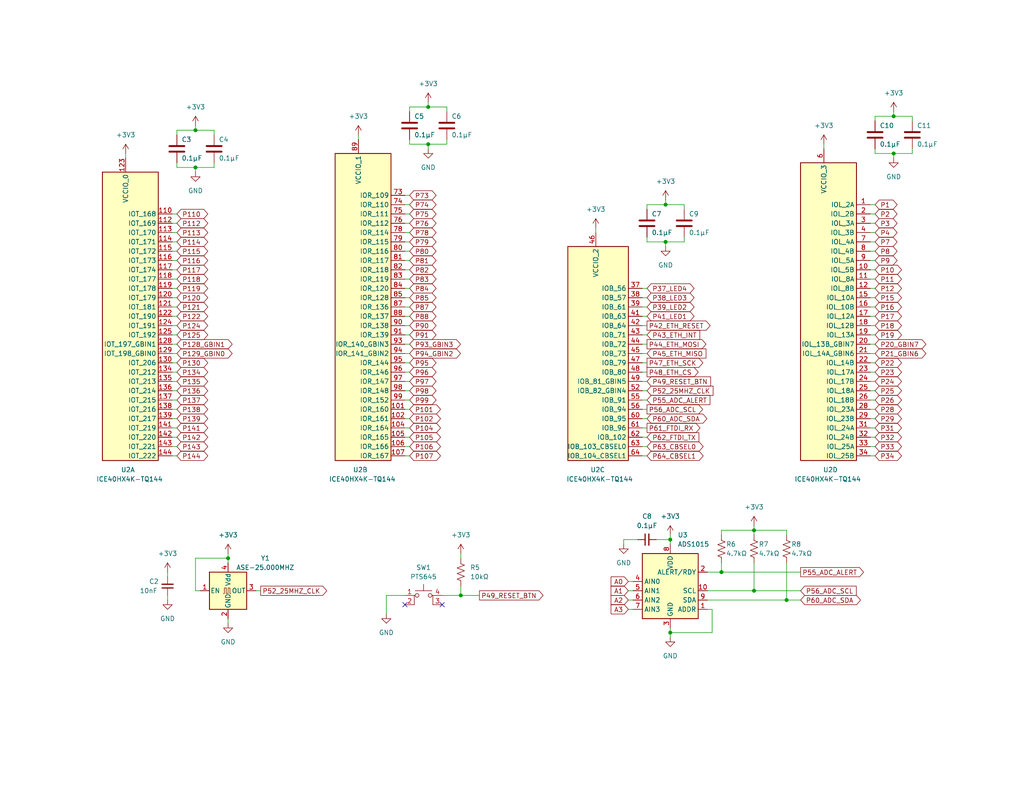
<source format=kicad_sch>
(kicad_sch (version 20230121) (generator eeschema)
  (paper "USLetter")
  (title_block (title "ETH4K") (date "7/28/2023") (rev "1") (company "Theta Machines LLC") (comment 1 "Ryan Stracener") (comment 2 "© 2023, Theta Machines LLC. ") (comment 3 "There is an Important Notice and Disclaimer at the end of this document."))
  (lib_symbols
    (symbol "Analog_ADC:ADS1015IDGS"
      (property "Reference" "U" (at 2.54 13.97 0))
      (property "Value" "ADS1015IDGS" (at 7.62 11.43 0))
      (symbol "ADS1015IDGS_0_1"
        (rectangle (start -7.62 10.16) (end 7.62 -7.62) (stroke (width 0.254)) (fill (type background)))
      )
      (symbol "ADS1015IDGS_1_1"
        (pin input line (at 10.16 -5.08 180) (length 2.54) (name "ADDR") (number "1"))
        (pin input line (at 10.16 0 180) (length 2.54) (name "SCL") (number "10"))
        (pin output line (at 10.16 5.08 180) (length 2.54) (name "ALERT/RDY") (number "2"))
        (pin power_in line (at 0 -10.16 90) (length 2.54) (name "GND") (number "3"))
        (pin input line (at -10.16 2.54 0) (length 2.54) (name "AIN0") (number "4"))
        (pin input line (at -10.16 0 0) (length 2.54) (name "AIN1") (number "5"))
        (pin input line (at -10.16 -2.54 0) (length 2.54) (name "AIN2") (number "6"))
        (pin input line (at -10.16 -5.08 0) (length 2.54) (name "AIN3") (number "7"))
        (pin power_in line (at 0 12.7 270) (length 2.54) (name "VDD") (number "8"))
        (pin bidirectional line (at 10.16 -2.54 180) (length 2.54) (name "SDA") (number "9"))
      )
    )
    (symbol "Device:C" (pin_numbers hide) (pin_names (offset 0.254))
      (property "Reference" "C" (at 0.635 2.54 0))
      (property "Value" "C" (at 0.635 -2.54 0))
      (symbol "C_0_1"
        (polyline (pts (xy -2.032 -0.762) (xy 2.032 -0.762)) (stroke (width 0.508)))
        (polyline (pts (xy -2.032 0.762) (xy 2.032 0.762)) (stroke (width 0.508)))
      )
      (symbol "C_1_1"
        (pin passive line (at 0 3.81 270) (length 2.794) (name "~") (number "1"))
        (pin passive line (at 0 -3.81 90) (length 2.794) (name "~") (number "2"))
      )
    )
    (symbol "Device:C_Small" (pin_numbers hide) (pin_names (offset 0.254) hide)
      (property "Reference" "C" (at 0.254 1.778 0))
      (property "Value" "C_Small" (at 0.254 -2.032 0))
      (symbol "C_Small_0_1"
        (polyline (pts (xy -1.524 -0.508) (xy 1.524 -0.508)) (stroke (width 0.3302)))
        (polyline (pts (xy -1.524 0.508) (xy 1.524 0.508)) (stroke (width 0.3048)))
      )
      (symbol "C_Small_1_1"
        (pin passive line (at 0 2.54 270) (length 2.032) (name "~") (number "1"))
        (pin passive line (at 0 -2.54 90) (length 2.032) (name "~") (number "2"))
      )
    )
    (symbol "Device:R_US" (pin_numbers hide) (pin_names (offset 0))
      (property "Reference" "R" (at 2.54 0 90))
      (property "Value" "R_US" (at -2.54 0 90))
      (symbol "R_US_0_1"
        (polyline (pts (xy 0 -2.286) (xy 0 -2.54)))
        (polyline (pts (xy 0 2.286) (xy 0 2.54)))
        (polyline (pts (xy 0 -0.762) (xy 1.016 -1.143) (xy 0 -1.524) (xy -1.016 -1.905) (xy 0 -2.286)))
        (polyline (pts (xy 0 0.762) (xy 1.016 0.381) (xy 0 0) (xy -1.016 -0.381) (xy 0 -0.762)))
        (polyline (pts (xy 0 2.286) (xy 1.016 1.905) (xy 0 1.524) (xy -1.016 1.143) (xy 0 0.762)))
      )
      (symbol "R_US_1_1"
        (pin passive line (at 0 3.81 270) (length 1.27) (name "~") (number "1"))
        (pin passive line (at 0 -3.81 90) (length 1.27) (name "~") (number "2"))
      )
    )
    (symbol "FPGA_Lattice:ICE40HX4K-TQ144"
      (property "Reference" "U" (at 12.7 53.34 0))
      (property "Value" "ICE40HX4K-TQ144" (at 30.48 48.26 0))
      (symbol "ICE40HX4K-TQ144_1_1"
        (rectangle (start -8.89 41.91) (end 6.35 -36.83) (stroke (width 0.254)) (fill (type background)))
        (pin bidirectional line (at -12.7 30.48 0) (length 3.81) (name "IOT_168") (number "110"))
        (pin bidirectional line (at -12.7 27.94 0) (length 3.81) (name "IOT_169") (number "112"))
        (pin bidirectional line (at -12.7 25.4 0) (length 3.81) (name "IOT_170") (number "113"))
        (pin bidirectional line (at -12.7 22.86 0) (length 3.81) (name "IOT_171") (number "114"))
        (pin bidirectional line (at -12.7 20.32 0) (length 3.81) (name "IOT_172") (number "115"))
        (pin bidirectional line (at -12.7 17.78 0) (length 3.81) (name "IOT_173") (number "116"))
        (pin bidirectional line (at -12.7 15.24 0) (length 3.81) (name "IOT_174") (number "117"))
        (pin bidirectional line (at -12.7 12.7 0) (length 3.81) (name "IOT_177") (number "118"))
        (pin bidirectional line (at -12.7 10.16 0) (length 3.81) (name "IOT_178") (number "119"))
        (pin bidirectional line (at -12.7 7.62 0) (length 3.81) (name "IOT_179") (number "120"))
        (pin bidirectional line (at -12.7 5.08 0) (length 3.81) (name "IOT_181") (number "121"))
        (pin bidirectional line (at -12.7 2.54 0) (length 3.81) (name "IOT_190") (number "122"))
        (pin power_in line (at 0 45.72 270) (length 3.81) (name "VCCIO_0") (number "123"))
        (pin bidirectional line (at -12.7 0 0) (length 3.81) (name "IOT_191") (number "124"))
        (pin bidirectional line (at -12.7 -2.54 0) (length 3.81) (name "IOT_192") (number "125"))
        (pin bidirectional line (at -12.7 -5.08 0) (length 3.81) (name "IOT_197_GBIN1") (number "128"))
        (pin bidirectional line (at -12.7 -7.62 0) (length 3.81) (name "IOT_198_GBIN0") (number "129"))
        (pin bidirectional line (at -12.7 -10.16 0) (length 3.81) (name "IOT_206") (number "130"))
        (pin passive line (at 0 45.72 270) (length 3.81) hide (name "VCCIO_0") (number "131"))
        (pin bidirectional line (at -12.7 -12.7 0) (length 3.81) (name "IOT_212") (number "134"))
        (pin bidirectional line (at -12.7 -15.24 0) (length 3.81) (name "IOT_213") (number "135"))
        (pin bidirectional line (at -12.7 -17.78 0) (length 3.81) (name "IOT_214") (number "136"))
        (pin bidirectional line (at -12.7 -20.32 0) (length 3.81) (name "IOT_215") (number "137"))
        (pin bidirectional line (at -12.7 -22.86 0) (length 3.81) (name "IOT_216") (number "138"))
        (pin bidirectional line (at -12.7 -25.4 0) (length 3.81) (name "IOT_217") (number "139"))
        (pin bidirectional line (at -12.7 -27.94 0) (length 3.81) (name "IOT_219") (number "141"))
        (pin bidirectional line (at -12.7 -30.48 0) (length 3.81) (name "IOT_220") (number "142"))
        (pin bidirectional line (at -12.7 -33.02 0) (length 3.81) (name "IOT_221") (number "143"))
        (pin bidirectional line (at -12.7 -35.56 0) (length 3.81) (name "IOT_222") (number "144"))
      )
      (symbol "ICE40HX4K-TQ144_2_1"
        (rectangle (start -8.89 44.45) (end 6.35 -39.37) (stroke (width 0.254)) (fill (type background)))
        (pin passive line (at 0 48.26 270) (length 3.81) hide (name "VCCIO_1") (number "100"))
        (pin bidirectional line (at -12.7 -25.4 0) (length 3.81) (name "IOR_160") (number "101"))
        (pin bidirectional line (at -12.7 -27.94 0) (length 3.81) (name "IOR_161") (number "102"))
        (pin bidirectional line (at -12.7 -30.48 0) (length 3.81) (name "IOR_164") (number "104"))
        (pin bidirectional line (at -12.7 -33.02 0) (length 3.81) (name "IOR_165") (number "105"))
        (pin bidirectional line (at -12.7 -35.56 0) (length 3.81) (name "IOR_166") (number "106"))
        (pin bidirectional line (at -12.7 -38.1 0) (length 3.81) (name "IOR_167") (number "107"))
        (pin bidirectional line (at -12.7 33.02 0) (length 3.81) (name "IOR_109") (number "73"))
        (pin bidirectional line (at -12.7 30.48 0) (length 3.81) (name "IOR_110") (number "74"))
        (pin bidirectional line (at -12.7 27.94 0) (length 3.81) (name "IOR_111") (number "75"))
        (pin bidirectional line (at -12.7 25.4 0) (length 3.81) (name "IOR_112") (number "76"))
        (pin bidirectional line (at -12.7 22.86 0) (length 3.81) (name "IOR_114") (number "78"))
        (pin bidirectional line (at -12.7 20.32 0) (length 3.81) (name "IOR_115") (number "79"))
        (pin bidirectional line (at -12.7 17.78 0) (length 3.81) (name "IOR_116") (number "80"))
        (pin bidirectional line (at -12.7 15.24 0) (length 3.81) (name "IOR_117") (number "81"))
        (pin bidirectional line (at -12.7 12.7 0) (length 3.81) (name "IOR_118") (number "82"))
        (pin bidirectional line (at -12.7 10.16 0) (length 3.81) (name "IOR_119") (number "83"))
        (pin bidirectional line (at -12.7 7.62 0) (length 3.81) (name "IOR_120") (number "84"))
        (pin bidirectional line (at -12.7 5.08 0) (length 3.81) (name "IOR_128") (number "85"))
        (pin bidirectional line (at -12.7 2.54 0) (length 3.81) (name "IOR_136") (number "87"))
        (pin bidirectional line (at -12.7 0 0) (length 3.81) (name "IOR_137") (number "88"))
        (pin power_in line (at 0 48.26 270) (length 3.81) (name "VCCIO_1") (number "89"))
        (pin bidirectional line (at -12.7 -2.54 0) (length 3.81) (name "IOR_138") (number "90"))
        (pin bidirectional line (at -12.7 -5.08 0) (length 3.81) (name "IOR_139") (number "91"))
        (pin bidirectional line (at -12.7 -7.62 0) (length 3.81) (name "IOR_140_GBIN3") (number "93"))
        (pin bidirectional line (at -12.7 -10.16 0) (length 3.81) (name "IOR_141_GBIN2") (number "94"))
        (pin bidirectional line (at -12.7 -12.7 0) (length 3.81) (name "IOR_144") (number "95"))
        (pin bidirectional line (at -12.7 -15.24 0) (length 3.81) (name "IOR_146") (number "96"))
        (pin bidirectional line (at -12.7 -17.78 0) (length 3.81) (name "IOR_147") (number "97"))
        (pin bidirectional line (at -12.7 -20.32 0) (length 3.81) (name "IOR_148") (number "98"))
        (pin bidirectional line (at -12.7 -22.86 0) (length 3.81) (name "IOR_152") (number "99"))
      )
      (symbol "ICE40HX4K-TQ144_3_1"
        (rectangle (start -8.89 31.75) (end 7.62 -26.67) (stroke (width 0.254)) (fill (type background)))
        (pin bidirectional line (at -12.7 20.32 0) (length 3.81) (name "IOB_56") (number "37"))
        (pin bidirectional line (at -12.7 17.78 0) (length 3.81) (name "IOB_57") (number "38"))
        (pin bidirectional line (at -12.7 15.24 0) (length 3.81) (name "IOB_61") (number "39"))
        (pin bidirectional line (at -12.7 12.7 0) (length 3.81) (name "IOB_63") (number "41"))
        (pin bidirectional line (at -12.7 10.16 0) (length 3.81) (name "IOB_64") (number "42"))
        (pin bidirectional line (at -12.7 7.62 0) (length 3.81) (name "IOB_71") (number "43"))
        (pin bidirectional line (at -12.7 5.08 0) (length 3.81) (name "IOB_72") (number "44"))
        (pin bidirectional line (at -12.7 2.54 0) (length 3.81) (name "IOB_73") (number "45"))
        (pin power_in line (at 0 35.56 270) (length 3.81) (name "VCCIO_2") (number "46"))
        (pin bidirectional line (at -12.7 0 0) (length 3.81) (name "IOB_79") (number "47"))
        (pin bidirectional line (at -12.7 -2.54 0) (length 3.81) (name "IOB_80") (number "48"))
        (pin bidirectional line (at -12.7 -5.08 0) (length 3.81) (name "IOB_81_GBIN5") (number "49"))
        (pin bidirectional line (at -12.7 -7.62 0) (length 3.81) (name "IOB_82_GBIN4") (number "52"))
        (pin bidirectional line (at -12.7 -10.16 0) (length 3.81) (name "IOB_91") (number "55"))
        (pin bidirectional line (at -12.7 -12.7 0) (length 3.81) (name "IOB_94") (number "56"))
        (pin passive line (at 0 35.56 270) (length 3.81) hide (name "VCCIO_2") (number "57"))
        (pin bidirectional line (at -12.7 -15.24 0) (length 3.81) (name "IOB_95") (number "60"))
        (pin bidirectional line (at -12.7 -17.78 0) (length 3.81) (name "IOB_96") (number "61"))
        (pin bidirectional line (at -12.7 -20.32 0) (length 3.81) (name "IOB_102") (number "62"))
        (pin bidirectional line (at -12.7 -22.86 0) (length 3.81) (name "IOB_103_CBSEL0") (number "63"))
        (pin bidirectional line (at -12.7 -25.4 0) (length 3.81) (name "IOB_104_CBSEL1") (number "64"))
      )
      (symbol "ICE40HX4K-TQ144_4_1"
        (rectangle (start -8.89 41.91) (end 6.35 -39.37) (stroke (width 0.254)) (fill (type background)))
        (pin bidirectional line (at -12.7 30.48 0) (length 3.81) (name "IOL_2A") (number "1"))
        (pin bidirectional line (at -12.7 12.7 0) (length 3.81) (name "IOL_5B") (number "10"))
        (pin bidirectional line (at -12.7 10.16 0) (length 3.81) (name "IOL_8A") (number "11"))
        (pin bidirectional line (at -12.7 7.62 0) (length 3.81) (name "IOL_8B") (number "12"))
        (pin bidirectional line (at -12.7 5.08 0) (length 3.81) (name "IOL_10A") (number "15"))
        (pin bidirectional line (at -12.7 2.54 0) (length 3.81) (name "IOL_10B") (number "16"))
        (pin bidirectional line (at -12.7 0 0) (length 3.81) (name "IOL_12A") (number "17"))
        (pin bidirectional line (at -12.7 -2.54 0) (length 3.81) (name "IOL_12B") (number "18"))
        (pin bidirectional line (at -12.7 -5.08 0) (length 3.81) (name "IOL_13A") (number "19"))
        (pin bidirectional line (at -12.7 27.94 0) (length 3.81) (name "IOL_2B") (number "2"))
        (pin bidirectional line (at -12.7 -7.62 0) (length 3.81) (name "IOL_13B_GBIN7") (number "20"))
        (pin bidirectional line (at -12.7 -10.16 0) (length 3.81) (name "IOL_14A_GBIN6") (number "21"))
        (pin bidirectional line (at -12.7 -12.7 0) (length 3.81) (name "IOL_14B") (number "22"))
        (pin bidirectional line (at -12.7 -15.24 0) (length 3.81) (name "IOL_17A") (number "23"))
        (pin bidirectional line (at -12.7 -17.78 0) (length 3.81) (name "IOL_17B") (number "24"))
        (pin bidirectional line (at -12.7 -20.32 0) (length 3.81) (name "IOL_18A") (number "25"))
        (pin bidirectional line (at -12.7 -22.86 0) (length 3.81) (name "IOL_18B") (number "26"))
        (pin bidirectional line (at -12.7 -25.4 0) (length 3.81) (name "IOL_23A") (number "28"))
        (pin bidirectional line (at -12.7 -27.94 0) (length 3.81) (name "IOL_23B") (number "29"))
        (pin bidirectional line (at -12.7 25.4 0) (length 3.81) (name "IOL_3A") (number "3"))
        (pin passive line (at 0 45.72 270) (length 3.81) hide (name "VCCIO_3") (number "30"))
        (pin bidirectional line (at -12.7 -30.48 0) (length 3.81) (name "IOL_24A") (number "31"))
        (pin bidirectional line (at -12.7 -33.02 0) (length 3.81) (name "IOL_24B") (number "32"))
        (pin bidirectional line (at -12.7 -35.56 0) (length 3.81) (name "IOL_25A") (number "33"))
        (pin bidirectional line (at -12.7 -38.1 0) (length 3.81) (name "IOL_25B") (number "34"))
        (pin bidirectional line (at -12.7 22.86 0) (length 3.81) (name "IOL_3B") (number "4"))
        (pin power_in line (at 0 45.72 270) (length 3.81) (name "VCCIO_3") (number "6"))
        (pin bidirectional line (at -12.7 20.32 0) (length 3.81) (name "IOL_4A") (number "7"))
        (pin bidirectional line (at -12.7 17.78 0) (length 3.81) (name "IOL_4B") (number "8"))
        (pin bidirectional line (at -12.7 15.24 0) (length 3.81) (name "IOL_5A") (number "9"))
      )
      (symbol "ICE40HX4K-TQ144_5_1"
        (rectangle (start -11.43 13.97) (end 13.97 -13.97) (stroke (width 0.254)) (fill (type background)))
        (pin passive line (at 0 -17.78 90) (length 3.81) hide (name "GND") (number "103"))
        (pin power_in line (at 2.54 17.78 270) (length 3.81) (name "VPP_2V5") (number "108"))
        (pin power_in line (at -2.54 17.78 270) (length 3.81) (name "VPP_FAST") (number "109"))
        (pin passive line (at 0 17.78 270) (length 3.81) hide (name "VCC") (number "111"))
        (pin power_in line (at 10.16 17.78 270) (length 3.81) (name "VCCPLL1") (number "126"))
        (pin power_in line (at 10.16 -17.78 90) (length 3.81) (name "GNDPLL1") (number "127"))
        (pin passive line (at 0 -17.78 90) (length 3.81) hide (name "GND") (number "13"))
        (pin passive line (at 0 -17.78 90) (length 3.81) hide (name "GND") (number "132"))
        (pin no_connect line (at 12.7 -10.16 180) (length 3.81) hide (name "NC") (number "133"))
        (pin passive line (at 0 -17.78 90) (length 3.81) hide (name "GND") (number "14"))
        (pin passive line (at 0 -17.78 90) (length 3.81) hide (name "GND") (number "140"))
        (pin power_in line (at 0 17.78 270) (length 3.81) (name "VCC") (number "27"))
        (pin no_connect line (at 12.7 5.08 180) (length 3.81) hide (name "NC") (number "35"))
        (pin no_connect line (at 12.7 2.54 180) (length 3.81) hide (name "NC") (number "36"))
        (pin passive line (at 0 17.78 270) (length 3.81) hide (name "VCC") (number "40"))
        (pin power_in line (at 0 -17.78 90) (length 3.81) (name "GND") (number "5"))
        (pin no_connect line (at 12.7 -2.54 180) (length 3.81) hide (name "NC") (number "50"))
        (pin no_connect line (at 12.7 -5.08 180) (length 3.81) hide (name "NC") (number "51"))
        (pin power_in line (at 7.62 -17.78 90) (length 3.81) (name "GNDPLL0") (number "53"))
        (pin power_in line (at 7.62 17.78 270) (length 3.81) (name "VCCPLL0") (number "54"))
        (pin no_connect line (at 12.7 -7.62 180) (length 3.81) hide (name "NC") (number "58"))
        (pin passive line (at 0 -17.78 90) (length 3.81) hide (name "GND") (number "59"))
        (pin open_collector line (at 17.78 0 180) (length 3.81) (name "CDONE") (number "65"))
        (pin input line (at -15.24 -10.16 0) (length 3.81) (name "~{CRESET}") (number "66"))
        (pin bidirectional line (at -15.24 2.54 0) (length 3.81) (name "IOB_105_SDO") (number "67"))
        (pin bidirectional line (at -15.24 0 0) (length 3.81) (name "IOB_106_SDI") (number "68"))
        (pin passive line (at 0 -17.78 90) (length 3.81) hide (name "GND") (number "69"))
        (pin bidirectional line (at -15.24 -2.54 0) (length 3.81) (name "IOB_107_SCK") (number "70"))
        (pin bidirectional line (at -15.24 -5.08 0) (length 3.81) (name "IOB_108_SS") (number "71"))
        (pin power_in line (at -7.62 17.78 270) (length 3.81) (name "VCC_SPI") (number "72"))
        (pin no_connect line (at 12.7 7.62 180) (length 3.81) hide (name "NC") (number "77"))
        (pin passive line (at 0 -17.78 90) (length 3.81) hide (name "GND") (number "86"))
        (pin passive line (at 0 17.78 270) (length 3.81) hide (name "VCC") (number "92"))
      )
    )
    (symbol "Oscillator:ASE-xxxMHz" (pin_names (offset 0.254))
      (property "Reference" "X" (at -5.08 6.35 0))
      (property "Value" "ASE-xxxMHz" (at 1.27 -6.35 0))
      (symbol "ASE-xxxMHz_0_1"
        (rectangle (start -5.08 5.08) (end 5.08 -5.08) (stroke (width 0.254)) (fill (type background)))
        (polyline (pts (xy -1.27 -0.762) (xy -1.016 -0.762) (xy -1.016 0.762) (xy -0.508 0.762) (xy -0.508 -0.762) (xy 0 -0.762) (xy 0 0.762) (xy 0.508 0.762) (xy 0.508 -0.762) (xy 0.762 -0.762)))
      )
      (symbol "ASE-xxxMHz_1_1"
        (pin input line (at -7.62 0 0) (length 2.54) (name "EN") (number "1"))
        (pin power_in line (at 0 -7.62 90) (length 2.54) (name "GND") (number "2"))
        (pin output line (at 7.62 0 180) (length 2.54) (name "OUT") (number "3"))
        (pin power_in line (at 0 7.62 270) (length 2.54) (name "Vdd") (number "4"))
      )
    )
    (symbol "Switch:SW_MEC_5E" (pin_names (offset 1.016) hide)
      (property "Reference" "SW" (at 0.635 5.715 0))
      (property "Value" "SW_MEC_5E" (at 0 -3.175 0))
      (symbol "SW_MEC_5E_0_1"
        (circle (center -1.778 2.54) (radius 0.508))
        (polyline (pts (xy -2.286 3.81) (xy 2.286 3.81)))
        (polyline (pts (xy 0 3.81) (xy 0 5.588)))
        (polyline (pts (xy -2.54 0) (xy -2.54 2.54) (xy -2.286 2.54)))
        (polyline (pts (xy 2.54 0) (xy 2.54 2.54) (xy 2.286 2.54)))
        (circle (center 1.778 2.54) (radius 0.508))
        (pin passive line (at -5.08 2.54 0) (length 2.54) (name "1") (number "1"))
        (pin passive line (at -5.08 0 0) (length 2.54) (name "2") (number "2"))
        (pin passive line (at 5.08 0 180) (length 2.54) (name "K") (number "3"))
        (pin passive line (at 5.08 2.54 180) (length 2.54) (name "A") (number "4"))
      )
    )
    (symbol "power:+3V3" (power) (pin_names (offset 0))
      (property "Value" "+3V3" (at 0 3.556 0))
      (symbol "+3V3_0_1"
        (polyline (pts (xy -0.762 1.27) (xy 0 2.54)))
        (polyline (pts (xy 0 0) (xy 0 2.54)))
        (polyline (pts (xy 0 2.54) (xy 0.762 1.27)))
      )
      (symbol "+3V3_1_1"
        (pin power_in line (at 0 0 90) (length 0) hide (name "+3V3") (number "1"))
      )
    )
    (symbol "power:GND" (power) (pin_names (offset 0))
      (property "Value" "GND" (at 0 -3.81 0))
      (symbol "GND_0_1"
        (polyline (pts (xy 0 0) (xy 0 -1.27) (xy 1.27 -1.27) (xy 0 -2.54) (xy -1.27 -1.27) (xy 0 -1.27)))
      )
      (symbol "GND_1_1"
        (pin power_in line (at 0 0 270) (length 0) hide (name "GND") (number "1"))
      )
    )
  )
  (junction (at 243.84 31.75))
  (junction (at 181.61 55.88))
  (junction (at 53.34 45.72))
  (junction (at 181.61 66.04))
  (junction (at 125.73 162.56))
  (junction (at 182.88 147.32))
  (junction (at 116.84 29.21))
  (junction (at 214.63 163.83))
  (junction (at 53.34 35.56))
  (junction (at 243.84 41.91))
  (junction (at 205.74 161.29))
  (junction (at 205.74 144.78))
  (junction (at 196.85 156.21))
  (junction (at 62.23 152.4))
  (junction (at 182.88 172.72))
  (junction (at 116.84 39.37))
  (no_connect (at 120.65 165.1))
  (no_connect (at 110.49 165.1))
  (wire (pts (xy 176.53 66.04) (xy 181.61 66.04)))
  (wire (pts (xy 48.26 86.36) (xy 46.99 86.36)))
  (wire (pts (xy 48.26 93.98) (xy 46.99 93.98)))
  (wire (pts (xy 171.45 161.29) (xy 172.72 161.29)))
  (wire (pts (xy 182.88 146.05) (xy 182.88 147.32)))
  (wire (pts (xy 176.53 116.84) (xy 175.26 116.84)))
  (wire (pts (xy 48.26 35.56) (xy 53.34 35.56)))
  (wire (pts (xy 48.26 114.3) (xy 46.99 114.3)))
  (wire (pts (xy 171.45 166.37) (xy 172.72 166.37)))
  (wire (pts (xy 111.76 63.5) (xy 110.49 63.5)))
  (wire (pts (xy 111.76 71.12) (xy 110.49 71.12)))
  (wire (pts (xy 111.76 53.34) (xy 110.49 53.34)))
  (wire (pts (xy 238.76 93.98) (xy 237.49 93.98)))
  (wire (pts (xy 120.65 162.56) (xy 125.73 162.56)))
  (wire (pts (xy 48.26 36.83) (xy 48.26 35.56)))
  (wire (pts (xy 218.44 161.29) (xy 205.74 161.29)))
  (wire (pts (xy 186.69 66.04) (xy 186.69 64.77)))
  (wire (pts (xy 111.76 38.1) (xy 111.76 39.37)))
  (wire (pts (xy 196.85 146.05) (xy 196.85 144.78)))
  (wire (pts (xy 111.76 114.3) (xy 110.49 114.3)))
  (wire (pts (xy 238.76 33.02) (xy 238.76 31.75)))
  (wire (pts (xy 48.26 106.68) (xy 46.99 106.68)))
  (wire (pts (xy 176.53 57.15) (xy 176.53 55.88)))
  (wire (pts (xy 111.76 106.68) (xy 110.49 106.68)))
  (wire (pts (xy 196.85 153.67) (xy 196.85 156.21)))
  (wire (pts (xy 53.34 35.56) (xy 58.42 35.56)))
  (wire (pts (xy 48.26 63.5) (xy 46.99 63.5)))
  (wire (pts (xy 111.76 116.84) (xy 110.49 116.84)))
  (wire (pts (xy 111.76 86.36) (xy 110.49 86.36)))
  (wire (pts (xy 238.76 86.36) (xy 237.49 86.36)))
  (wire (pts (xy 48.26 99.06) (xy 46.99 99.06)))
  (wire (pts (xy 48.26 116.84) (xy 46.99 116.84)))
  (wire (pts (xy 243.84 31.75) (xy 248.92 31.75)))
  (wire (pts (xy 205.74 143.51) (xy 205.74 144.78)))
  (wire (pts (xy 218.44 163.83) (xy 214.63 163.83)))
  (wire (pts (xy 193.04 166.37) (xy 194.31 166.37)))
  (wire (pts (xy 62.23 152.4) (xy 62.23 153.67)))
  (wire (pts (xy 58.42 45.72) (xy 58.42 44.45)))
  (wire (pts (xy 243.84 30.48) (xy 243.84 31.75)))
  (wire (pts (xy 224.79 39.37) (xy 224.79 40.64)))
  (wire (pts (xy 48.26 73.66) (xy 46.99 73.66)))
  (wire (pts (xy 176.53 99.06) (xy 175.26 99.06)))
  (wire (pts (xy 238.76 68.58) (xy 237.49 68.58)))
  (wire (pts (xy 116.84 29.21) (xy 121.92 29.21)))
  (wire (pts (xy 111.76 119.38) (xy 110.49 119.38)))
  (wire (pts (xy 111.76 109.22) (xy 110.49 109.22)))
  (wire (pts (xy 125.73 162.56) (xy 125.73 160.02)))
  (wire (pts (xy 125.73 162.56) (xy 130.81 162.56)))
  (wire (pts (xy 171.45 163.83) (xy 172.72 163.83)))
  (wire (pts (xy 48.26 58.42) (xy 46.99 58.42)))
  (wire (pts (xy 111.76 124.46) (xy 110.49 124.46)))
  (wire (pts (xy 218.44 156.21) (xy 196.85 156.21)))
  (wire (pts (xy 111.76 68.58) (xy 110.49 68.58)))
  (wire (pts (xy 238.76 41.91) (xy 243.84 41.91)))
  (wire (pts (xy 121.92 29.21) (xy 121.92 30.48)))
  (wire (pts (xy 171.45 158.75) (xy 172.72 158.75)))
  (wire (pts (xy 48.26 66.04) (xy 46.99 66.04)))
  (wire (pts (xy 53.34 34.29) (xy 53.34 35.56)))
  (wire (pts (xy 111.76 76.2) (xy 110.49 76.2)))
  (wire (pts (xy 48.26 121.92) (xy 46.99 121.92)))
  (wire (pts (xy 111.76 99.06) (xy 110.49 99.06)))
  (wire (pts (xy 45.72 156.21) (xy 45.72 157.48)))
  (wire (pts (xy 111.76 29.21) (xy 116.84 29.21)))
  (wire (pts (xy 176.53 101.6) (xy 175.26 101.6)))
  (wire (pts (xy 214.63 153.67) (xy 214.63 163.83)))
  (wire (pts (xy 176.53 55.88) (xy 181.61 55.88)))
  (wire (pts (xy 176.53 119.38) (xy 175.26 119.38)))
  (wire (pts (xy 111.76 66.04) (xy 110.49 66.04)))
  (wire (pts (xy 45.72 163.83) (xy 45.72 162.56)))
  (wire (pts (xy 194.31 172.72) (xy 182.88 172.72)))
  (wire (pts (xy 238.76 99.06) (xy 237.49 99.06)))
  (wire (pts (xy 111.76 91.44) (xy 110.49 91.44)))
  (wire (pts (xy 181.61 54.61) (xy 181.61 55.88)))
  (wire (pts (xy 176.53 106.68) (xy 175.26 106.68)))
  (wire (pts (xy 48.26 60.96) (xy 46.99 60.96)))
  (wire (pts (xy 48.26 104.14) (xy 46.99 104.14)))
  (wire (pts (xy 54.61 161.29) (xy 53.34 161.29)))
  (wire (pts (xy 238.76 104.14) (xy 237.49 104.14)))
  (wire (pts (xy 53.34 45.72) (xy 58.42 45.72)))
  (wire (pts (xy 176.53 86.36) (xy 175.26 86.36)))
  (wire (pts (xy 238.76 106.68) (xy 237.49 106.68)))
  (wire (pts (xy 111.76 111.76) (xy 110.49 111.76)))
  (wire (pts (xy 238.76 111.76) (xy 237.49 111.76)))
  (wire (pts (xy 205.74 144.78) (xy 205.74 146.05)))
  (wire (pts (xy 48.26 44.45) (xy 48.26 45.72)))
  (wire (pts (xy 238.76 78.74) (xy 237.49 78.74)))
  (wire (pts (xy 181.61 66.04) (xy 186.69 66.04)))
  (wire (pts (xy 238.76 121.92) (xy 237.49 121.92)))
  (wire (pts (xy 205.74 153.67) (xy 205.74 161.29)))
  (wire (pts (xy 238.76 73.66) (xy 237.49 73.66)))
  (wire (pts (xy 62.23 151.13) (xy 62.23 152.4)))
  (wire (pts (xy 248.92 41.91) (xy 248.92 40.64)))
  (wire (pts (xy 176.53 83.82) (xy 175.26 83.82)))
  (wire (pts (xy 238.76 101.6) (xy 237.49 101.6)))
  (wire (pts (xy 238.76 40.64) (xy 238.76 41.91)))
  (wire (pts (xy 238.76 81.28) (xy 237.49 81.28)))
  (wire (pts (xy 186.69 55.88) (xy 186.69 57.15)))
  (wire (pts (xy 248.92 31.75) (xy 248.92 33.02)))
  (wire (pts (xy 111.76 58.42) (xy 110.49 58.42)))
  (wire (pts (xy 111.76 88.9) (xy 110.49 88.9)))
  (wire (pts (xy 125.73 151.13) (xy 125.73 152.4)))
  (wire (pts (xy 238.76 66.04) (xy 237.49 66.04)))
  (wire (pts (xy 116.84 40.64) (xy 116.84 39.37)))
  (wire (pts (xy 71.12 161.29) (xy 69.85 161.29)))
  (wire (pts (xy 238.76 63.5) (xy 237.49 63.5)))
  (wire (pts (xy 58.42 35.56) (xy 58.42 36.83)))
  (wire (pts (xy 238.76 60.96) (xy 237.49 60.96)))
  (wire (pts (xy 238.76 109.22) (xy 237.49 109.22)))
  (wire (pts (xy 176.53 109.22) (xy 175.26 109.22)))
  (wire (pts (xy 53.34 46.99) (xy 53.34 45.72)))
  (wire (pts (xy 121.92 39.37) (xy 121.92 38.1)))
  (wire (pts (xy 111.76 60.96) (xy 110.49 60.96)))
  (wire (pts (xy 194.31 166.37) (xy 194.31 172.72)))
  (wire (pts (xy 111.76 104.14) (xy 110.49 104.14)))
  (wire (pts (xy 111.76 101.6) (xy 110.49 101.6)))
  (wire (pts (xy 53.34 152.4) (xy 62.23 152.4)))
  (wire (pts (xy 170.18 148.59) (xy 170.18 147.32)))
  (wire (pts (xy 182.88 173.99) (xy 182.88 172.72)))
  (wire (pts (xy 48.26 119.38) (xy 46.99 119.38)))
  (wire (pts (xy 48.26 81.28) (xy 46.99 81.28)))
  (wire (pts (xy 238.76 116.84) (xy 237.49 116.84)))
  (wire (pts (xy 238.76 55.88) (xy 237.49 55.88)))
  (wire (pts (xy 116.84 39.37) (xy 121.92 39.37)))
  (wire (pts (xy 48.26 101.6) (xy 46.99 101.6)))
  (wire (pts (xy 111.76 73.66) (xy 110.49 73.66)))
  (wire (pts (xy 176.53 91.44) (xy 175.26 91.44)))
  (wire (pts (xy 243.84 43.18) (xy 243.84 41.91)))
  (wire (pts (xy 238.76 91.44) (xy 237.49 91.44)))
  (wire (pts (xy 238.76 119.38) (xy 237.49 119.38)))
  (wire (pts (xy 48.26 109.22) (xy 46.99 109.22)))
  (wire (pts (xy 34.29 41.91) (xy 34.29 43.18)))
  (wire (pts (xy 111.76 93.98) (xy 110.49 93.98)))
  (wire (pts (xy 48.26 71.12) (xy 46.99 71.12)))
  (wire (pts (xy 176.53 93.98) (xy 175.26 93.98)))
  (wire (pts (xy 48.26 45.72) (xy 53.34 45.72)))
  (wire (pts (xy 116.84 27.94) (xy 116.84 29.21)))
  (wire (pts (xy 196.85 156.21) (xy 193.04 156.21)))
  (wire (pts (xy 214.63 144.78) (xy 205.74 144.78)))
  (wire (pts (xy 111.76 78.74) (xy 110.49 78.74)))
  (wire (pts (xy 105.41 167.64) (xy 105.41 162.56)))
  (wire (pts (xy 53.34 161.29) (xy 53.34 152.4)))
  (wire (pts (xy 176.53 64.77) (xy 176.53 66.04)))
  (wire (pts (xy 238.76 124.46) (xy 237.49 124.46)))
  (wire (pts (xy 48.26 68.58) (xy 46.99 68.58)))
  (wire (pts (xy 179.07 147.32) (xy 182.88 147.32)))
  (wire (pts (xy 176.53 78.74) (xy 175.26 78.74)))
  (wire (pts (xy 48.26 91.44) (xy 46.99 91.44)))
  (wire (pts (xy 176.53 104.14) (xy 175.26 104.14)))
  (wire (pts (xy 238.76 114.3) (xy 237.49 114.3)))
  (wire (pts (xy 111.76 81.28) (xy 110.49 81.28)))
  (wire (pts (xy 97.79 36.83) (xy 97.79 38.1)))
  (wire (pts (xy 111.76 121.92) (xy 110.49 121.92)))
  (wire (pts (xy 205.74 161.29) (xy 193.04 161.29)))
  (wire (pts (xy 111.76 55.88) (xy 110.49 55.88)))
  (wire (pts (xy 238.76 88.9) (xy 237.49 88.9)))
  (wire (pts (xy 48.26 78.74) (xy 46.99 78.74)))
  (wire (pts (xy 238.76 76.2) (xy 237.49 76.2)))
  (wire (pts (xy 176.53 88.9) (xy 175.26 88.9)))
  (wire (pts (xy 182.88 147.32) (xy 182.88 148.59)))
  (wire (pts (xy 111.76 39.37) (xy 116.84 39.37)))
  (wire (pts (xy 176.53 96.52) (xy 175.26 96.52)))
  (wire (pts (xy 176.53 111.76) (xy 175.26 111.76)))
  (wire (pts (xy 111.76 30.48) (xy 111.76 29.21)))
  (wire (pts (xy 243.84 41.91) (xy 248.92 41.91)))
  (wire (pts (xy 196.85 144.78) (xy 205.74 144.78)))
  (wire (pts (xy 214.63 163.83) (xy 193.04 163.83)))
  (wire (pts (xy 176.53 124.46) (xy 175.26 124.46)))
  (wire (pts (xy 48.26 124.46) (xy 46.99 124.46)))
  (wire (pts (xy 162.56 62.23) (xy 162.56 63.5)))
  (wire (pts (xy 48.26 76.2) (xy 46.99 76.2)))
  (wire (pts (xy 48.26 96.52) (xy 46.99 96.52)))
  (wire (pts (xy 238.76 83.82) (xy 237.49 83.82)))
  (wire (pts (xy 238.76 71.12) (xy 237.49 71.12)))
  (wire (pts (xy 62.23 168.91) (xy 62.23 170.18)))
  (wire (pts (xy 176.53 81.28) (xy 175.26 81.28)))
  (wire (pts (xy 238.76 96.52) (xy 237.49 96.52)))
  (wire (pts (xy 238.76 31.75) (xy 243.84 31.75)))
  (wire (pts (xy 176.53 114.3) (xy 175.26 114.3)))
  (wire (pts (xy 214.63 146.05) (xy 214.63 144.78)))
  (wire (pts (xy 105.41 162.56) (xy 110.49 162.56)))
  (wire (pts (xy 238.76 58.42) (xy 237.49 58.42)))
  (wire (pts (xy 170.18 147.32) (xy 173.99 147.32)))
  (wire (pts (xy 48.26 83.82) (xy 46.99 83.82)))
  (wire (pts (xy 181.61 55.88) (xy 186.69 55.88)))
  (wire (pts (xy 176.53 121.92) (xy 175.26 121.92)))
  (wire (pts (xy 111.76 83.82) (xy 110.49 83.82)))
  (wire (pts (xy 48.26 111.76) (xy 46.99 111.76)))
  (wire (pts (xy 48.26 88.9) (xy 46.99 88.9)))
  (wire (pts (xy 182.88 172.72) (xy 182.88 171.45)))
  (wire (pts (xy 111.76 96.52) (xy 110.49 96.52)))
  (wire (pts (xy 181.61 67.31) (xy 181.61 66.04)))
  (global_label "P4" (shape bidirectional) (at 238.76 63.5 0) (property "Intersheetrefs" "${INTERSHEET_REFS}" (effects hide)))
  (global_label "P125" (shape bidirectional) (at 48.26 91.44 0) (property "Intersheetrefs" "${INTERSHEET_REFS}" (effects hide)))
  (global_label "P56_ADC_SCL" (shape output) (at 176.53 111.76 0) (property "Intersheetrefs" "${INTERSHEET_REFS}" (effects hide)))
  (global_label "P88" (shape bidirectional) (at 111.76 86.36 0) (property "Intersheetrefs" "${INTERSHEET_REFS}" (effects hide)))
  (global_label "P124" (shape bidirectional) (at 48.26 88.9 0) (property "Intersheetrefs" "${INTERSHEET_REFS}" (effects hide)))
  (global_label "P110" (shape bidirectional) (at 48.26 58.42 0) (property "Intersheetrefs" "${INTERSHEET_REFS}" (effects hide)))
  (global_label "P49_RESET_BTN" (shape output) (at 130.81 162.56 0) (property "Intersheetrefs" "${INTERSHEET_REFS}" (effects hide)))
  (global_label "P32" (shape bidirectional) (at 238.76 119.38 0) (property "Intersheetrefs" "${INTERSHEET_REFS}" (effects hide)))
  (global_label "P90" (shape bidirectional) (at 111.76 88.9 0) (property "Intersheetrefs" "${INTERSHEET_REFS}" (effects hide)))
  (global_label "P8" (shape bidirectional) (at 238.76 68.58 0) (property "Intersheetrefs" "${INTERSHEET_REFS}" (effects hide)))
  (global_label "P56_ADC_SCL" (shape input) (at 218.44 161.29 0) (property "Intersheetrefs" "${INTERSHEET_REFS}" (effects hide)))
  (global_label "P106" (shape bidirectional) (at 111.76 121.92 0) (property "Intersheetrefs" "${INTERSHEET_REFS}" (effects hide)))
  (global_label "P101" (shape bidirectional) (at 111.76 111.76 0) (property "Intersheetrefs" "${INTERSHEET_REFS}" (effects hide)))
  (global_label "P121" (shape bidirectional) (at 48.26 83.82 0) (property "Intersheetrefs" "${INTERSHEET_REFS}" (effects hide)))
  (global_label "P64_CBSEL1" (shape bidirectional) (at 176.53 124.46 0) (property "Intersheetrefs" "${INTERSHEET_REFS}" (effects hide)))
  (global_label "P117" (shape bidirectional) (at 48.26 73.66 0) (property "Intersheetrefs" "${INTERSHEET_REFS}" (effects hide)))
  (global_label "A3" (shape input) (at 171.45 166.37 180) (property "Intersheetrefs" "${INTERSHEET_REFS}" (effects hide)))
  (global_label "P102" (shape bidirectional) (at 111.76 114.3 0) (property "Intersheetrefs" "${INTERSHEET_REFS}" (effects hide)))
  (global_label "P144" (shape bidirectional) (at 48.26 124.46 0) (property "Intersheetrefs" "${INTERSHEET_REFS}" (effects hide)))
  (global_label "P19" (shape bidirectional) (at 238.76 91.44 0) (property "Intersheetrefs" "${INTERSHEET_REFS}" (effects hide)))
  (global_label "P41_LED1" (shape bidirectional) (at 176.53 86.36 0) (property "Intersheetrefs" "${INTERSHEET_REFS}" (effects hide)))
  (global_label "P25" (shape bidirectional) (at 238.76 106.68 0) (property "Intersheetrefs" "${INTERSHEET_REFS}" (effects hide)))
  (global_label "P82" (shape bidirectional) (at 111.76 73.66 0) (property "Intersheetrefs" "${INTERSHEET_REFS}" (effects hide)))
  (global_label "P98" (shape bidirectional) (at 111.76 106.68 0) (property "Intersheetrefs" "${INTERSHEET_REFS}" (effects hide)))
  (global_label "P48_ETH_CS" (shape output) (at 176.53 101.6 0) (property "Intersheetrefs" "${INTERSHEET_REFS}" (effects hide)))
  (global_label "P139" (shape bidirectional) (at 48.26 114.3 0) (property "Intersheetrefs" "${INTERSHEET_REFS}" (effects hide)))
  (global_label "P34" (shape bidirectional) (at 238.76 124.46 0) (property "Intersheetrefs" "${INTERSHEET_REFS}" (effects hide)))
  (global_label "P114" (shape bidirectional) (at 48.26 66.04 0) (property "Intersheetrefs" "${INTERSHEET_REFS}" (effects hide)))
  (global_label "P143" (shape bidirectional) (at 48.26 121.92 0) (property "Intersheetrefs" "${INTERSHEET_REFS}" (effects hide)))
  (global_label "P87" (shape bidirectional) (at 111.76 83.82 0) (property "Intersheetrefs" "${INTERSHEET_REFS}" (effects hide)))
  (global_label "P15" (shape bidirectional) (at 238.76 81.28 0) (property "Intersheetrefs" "${INTERSHEET_REFS}" (effects hide)))
  (global_label "P49_RESET_BTN" (shape input) (at 176.53 104.14 0) (property "Intersheetrefs" "${INTERSHEET_REFS}" (effects hide)))
  (global_label "P42_ETH_RESET" (shape output) (at 176.53 88.9 0) (property "Intersheetrefs" "${INTERSHEET_REFS}" (effects hide)))
  (global_label "P142" (shape bidirectional) (at 48.26 119.38 0) (property "Intersheetrefs" "${INTERSHEET_REFS}" (effects hide)))
  (global_label "P83" (shape bidirectional) (at 111.76 76.2 0) (property "Intersheetrefs" "${INTERSHEET_REFS}" (effects hide)))
  (global_label "A0" (shape input) (at 171.45 158.75 180) (property "Intersheetrefs" "${INTERSHEET_REFS}" (effects hide)))
  (global_label "P17" (shape bidirectional) (at 238.76 86.36 0) (property "Intersheetrefs" "${INTERSHEET_REFS}" (effects hide)))
  (global_label "P7" (shape bidirectional) (at 238.76 66.04 0) (property "Intersheetrefs" "${INTERSHEET_REFS}" (effects hide)))
  (global_label "P62_FTDI_TX" (shape input) (at 176.53 119.38 0) (property "Intersheetrefs" "${INTERSHEET_REFS}" (effects hide)))
  (global_label "P61_FTDI_RX" (shape output) (at 176.53 116.84 0) (property "Intersheetrefs" "${INTERSHEET_REFS}" (effects hide)))
  (global_label "P2" (shape bidirectional) (at 238.76 58.42 0) (property "Intersheetrefs" "${INTERSHEET_REFS}" (effects hide)))
  (global_label "P118" (shape bidirectional) (at 48.26 76.2 0) (property "Intersheetrefs" "${INTERSHEET_REFS}" (effects hide)))
  (global_label "P115" (shape bidirectional) (at 48.26 68.58 0) (property "Intersheetrefs" "${INTERSHEET_REFS}" (effects hide)))
  (global_label "P60_ADC_SDA" (shape bidirectional) (at 176.53 114.3 0) (property "Intersheetrefs" "${INTERSHEET_REFS}" (effects hide)))
  (global_label "P74" (shape bidirectional) (at 111.76 55.88 0) (property "Intersheetrefs" "${INTERSHEET_REFS}" (effects hide)))
  (global_label "P37_LED4" (shape bidirectional) (at 176.53 78.74 0) (property "Intersheetrefs" "${INTERSHEET_REFS}" (effects hide)))
  (global_label "P38_LED3" (shape bidirectional) (at 176.53 81.28 0) (property "Intersheetrefs" "${INTERSHEET_REFS}" (effects hide)))
  (global_label "P122" (shape bidirectional) (at 48.26 86.36 0) (property "Intersheetrefs" "${INTERSHEET_REFS}" (effects hide)))
  (global_label "P55_ADC_ALERT" (shape output) (at 218.44 156.21 0) (property "Intersheetrefs" "${INTERSHEET_REFS}" (effects hide)))
  (global_label "P80" (shape bidirectional) (at 111.76 68.58 0) (property "Intersheetrefs" "${INTERSHEET_REFS}" (effects hide)))
  (global_label "P84" (shape bidirectional) (at 111.76 78.74 0) (property "Intersheetrefs" "${INTERSHEET_REFS}" (effects hide)))
  (global_label "P94_GBIN2" (shape bidirectional) (at 111.76 96.52 0) (property "Intersheetrefs" "${INTERSHEET_REFS}" (effects hide)))
  (global_label "P45_ETH_MISO" (shape input) (at 176.53 96.52 0) (property "Intersheetrefs" "${INTERSHEET_REFS}" (effects hide)))
  (global_label "P26" (shape bidirectional) (at 238.76 109.22 0) (property "Intersheetrefs" "${INTERSHEET_REFS}" (effects hide)))
  (global_label "P33" (shape bidirectional) (at 238.76 121.92 0) (property "Intersheetrefs" "${INTERSHEET_REFS}" (effects hide)))
  (global_label "P55_ADC_ALERT" (shape input) (at 176.53 109.22 0) (property "Intersheetrefs" "${INTERSHEET_REFS}" (effects hide)))
  (global_label "P97" (shape bidirectional) (at 111.76 104.14 0) (property "Intersheetrefs" "${INTERSHEET_REFS}" (effects hide)))
  (global_label "P113" (shape bidirectional) (at 48.26 63.5 0) (property "Intersheetrefs" "${INTERSHEET_REFS}" (effects hide)))
  (global_label "P95" (shape bidirectional) (at 111.76 99.06 0) (property "Intersheetrefs" "${INTERSHEET_REFS}" (effects hide)))
  (global_label "P43_ETH_INT" (shape input) (at 176.53 91.44 0) (property "Intersheetrefs" "${INTERSHEET_REFS}" (effects hide)))
  (global_label "P81" (shape bidirectional) (at 111.76 71.12 0) (property "Intersheetrefs" "${INTERSHEET_REFS}" (effects hide)))
  (global_label "P3" (shape bidirectional) (at 238.76 60.96 0) (property "Intersheetrefs" "${INTERSHEET_REFS}" (effects hide)))
  (global_label "P18" (shape bidirectional) (at 238.76 88.9 0) (property "Intersheetrefs" "${INTERSHEET_REFS}" (effects hide)))
  (global_label "P96" (shape bidirectional) (at 111.76 101.6 0) (property "Intersheetrefs" "${INTERSHEET_REFS}" (effects hide)))
  (global_label "P78" (shape bidirectional) (at 111.76 63.5 0) (property "Intersheetrefs" "${INTERSHEET_REFS}" (effects hide)))
  (global_label "P91" (shape bidirectional) (at 111.76 91.44 0) (property "Intersheetrefs" "${INTERSHEET_REFS}" (effects hide)))
  (global_label "P104" (shape bidirectional) (at 111.76 116.84 0) (property "Intersheetrefs" "${INTERSHEET_REFS}" (effects hide)))
  (global_label "P137" (shape bidirectional) (at 48.26 109.22 0) (property "Intersheetrefs" "${INTERSHEET_REFS}" (effects hide)))
  (global_label "P20_GBIN7" (shape bidirectional) (at 238.76 93.98 0) (property "Intersheetrefs" "${INTERSHEET_REFS}" (effects hide)))
  (global_label "P138" (shape bidirectional) (at 48.26 111.76 0) (property "Intersheetrefs" "${INTERSHEET_REFS}" (effects hide)))
  (global_label "A2" (shape input) (at 171.45 163.83 180) (property "Intersheetrefs" "${INTERSHEET_REFS}" (effects hide)))
  (global_label "P75" (shape bidirectional) (at 111.76 58.42 0) (property "Intersheetrefs" "${INTERSHEET_REFS}" (effects hide)))
  (global_label "P79" (shape bidirectional) (at 111.76 66.04 0) (property "Intersheetrefs" "${INTERSHEET_REFS}" (effects hide)))
  (global_label "P76" (shape bidirectional) (at 111.76 60.96 0) (property "Intersheetrefs" "${INTERSHEET_REFS}" (effects hide)))
  (global_label "P22" (shape bidirectional) (at 238.76 99.06 0) (property "Intersheetrefs" "${INTERSHEET_REFS}" (effects hide)))
  (global_label "P52_25MHZ_CLK" (shape output) (at 71.12 161.29 0) (property "Intersheetrefs" "${INTERSHEET_REFS}" (effects hide)))
  (global_label "P11" (shape bidirectional) (at 238.76 76.2 0) (property "Intersheetrefs" "${INTERSHEET_REFS}" (effects hide)))
  (global_label "P24" (shape bidirectional) (at 238.76 104.14 0) (property "Intersheetrefs" "${INTERSHEET_REFS}" (effects hide)))
  (global_label "P52_25MHZ_CLK" (shape input) (at 176.53 106.68 0) (property "Intersheetrefs" "${INTERSHEET_REFS}" (effects hide)))
  (global_label "P130" (shape bidirectional) (at 48.26 99.06 0) (property "Intersheetrefs" "${INTERSHEET_REFS}" (effects hide)))
  (global_label "P73" (shape bidirectional) (at 111.76 53.34 0) (property "Intersheetrefs" "${INTERSHEET_REFS}" (effects hide)))
  (global_label "P44_ETH_MOSI" (shape output) (at 176.53 93.98 0) (property "Intersheetrefs" "${INTERSHEET_REFS}" (effects hide)))
  (global_label "P47_ETH_SCK" (shape output) (at 176.53 99.06 0) (property "Intersheetrefs" "${INTERSHEET_REFS}" (effects hide)))
  (global_label "P9" (shape bidirectional) (at 238.76 71.12 0) (property "Intersheetrefs" "${INTERSHEET_REFS}" (effects hide)))
  (global_label "P120" (shape bidirectional) (at 48.26 81.28 0) (property "Intersheetrefs" "${INTERSHEET_REFS}" (effects hide)))
  (global_label "P39_LED2" (shape bidirectional) (at 176.53 83.82 0) (property "Intersheetrefs" "${INTERSHEET_REFS}" (effects hide)))
  (global_label "P60_ADC_SDA" (shape bidirectional) (at 218.44 163.83 0) (property "Intersheetrefs" "${INTERSHEET_REFS}" (effects hide)))
  (global_label "P128_GBIN1" (shape bidirectional) (at 48.26 93.98 0) (property "Intersheetrefs" "${INTERSHEET_REFS}" (effects hide)))
  (global_label "P116" (shape bidirectional) (at 48.26 71.12 0) (property "Intersheetrefs" "${INTERSHEET_REFS}" (effects hide)))
  (global_label "P134" (shape bidirectional) (at 48.26 101.6 0) (property "Intersheetrefs" "${INTERSHEET_REFS}" (effects hide)))
  (global_label "P112" (shape bidirectional) (at 48.26 60.96 0) (property "Intersheetrefs" "${INTERSHEET_REFS}" (effects hide)))
  (global_label "P93_GBIN3" (shape bidirectional) (at 111.76 93.98 0) (property "Intersheetrefs" "${INTERSHEET_REFS}" (effects hide)))
  (global_label "P29" (shape bidirectional) (at 238.76 114.3 0) (property "Intersheetrefs" "${INTERSHEET_REFS}" (effects hide)))
  (global_label "P85" (shape bidirectional) (at 111.76 81.28 0) (property "Intersheetrefs" "${INTERSHEET_REFS}" (effects hide)))
  (global_label "P31" (shape bidirectional) (at 238.76 116.84 0) (property "Intersheetrefs" "${INTERSHEET_REFS}" (effects hide)))
  (global_label "P119" (shape bidirectional) (at 48.26 78.74 0) (property "Intersheetrefs" "${INTERSHEET_REFS}" (effects hide)))
  (global_label "P23" (shape bidirectional) (at 238.76 101.6 0) (property "Intersheetrefs" "${INTERSHEET_REFS}" (effects hide)))
  (global_label "P16" (shape bidirectional) (at 238.76 83.82 0) (property "Intersheetrefs" "${INTERSHEET_REFS}" (effects hide)))
  (global_label "P63_CBSEL0" (shape bidirectional) (at 176.53 121.92 0) (property "Intersheetrefs" "${INTERSHEET_REFS}" (effects hide)))
  (global_label "P141" (shape bidirectional) (at 48.26 116.84 0) (property "Intersheetrefs" "${INTERSHEET_REFS}" (effects hide)))
  (global_label "P105" (shape bidirectional) (at 111.76 119.38 0) (property "Intersheetrefs" "${INTERSHEET_REFS}" (effects hide)))
  (global_label "P21_GBIN6" (shape bidirectional) (at 238.76 96.52 0) (property "Intersheetrefs" "${INTERSHEET_REFS}" (effects hide)))
  (global_label "P99" (shape bidirectional) (at 111.76 109.22 0) (property "Intersheetrefs" "${INTERSHEET_REFS}" (effects hide)))
  (global_label "P129_GBIN0" (shape bidirectional) (at 48.26 96.52 0) (property "Intersheetrefs" "${INTERSHEET_REFS}" (effects hide)))
  (global_label "P107" (shape bidirectional) (at 111.76 124.46 0) (property "Intersheetrefs" "${INTERSHEET_REFS}" (effects hide)))
  (global_label "P28" (shape bidirectional) (at 238.76 111.76 0) (property "Intersheetrefs" "${INTERSHEET_REFS}" (effects hide)))
  (global_label "P10" (shape bidirectional) (at 238.76 73.66 0) (property "Intersheetrefs" "${INTERSHEET_REFS}" (effects hide)))
  (global_label "P136" (shape bidirectional) (at 48.26 106.68 0) (property "Intersheetrefs" "${INTERSHEET_REFS}" (effects hide)))
  (global_label "P135" (shape bidirectional) (at 48.26 104.14 0) (property "Intersheetrefs" "${INTERSHEET_REFS}" (effects hide)))
  (global_label "P12" (shape bidirectional) (at 238.76 78.74 0) (property "Intersheetrefs" "${INTERSHEET_REFS}" (effects hide)))
  (global_label "P1" (shape bidirectional) (at 238.76 55.88 0) (property "Intersheetrefs" "${INTERSHEET_REFS}" (effects hide)))
  (global_label "A1" (shape input) (at 171.45 161.29 180) (property "Intersheetrefs" "${INTERSHEET_REFS}" (effects hide)))
  (symbol (lib_id "Switch:SW_MEC_5E") (at 115.57 165.1 0) (unit 1)
    (property "Reference" "SW1" (at 115.57 154.94 0))
    (property "Value" "PTS645" (at 115.57 157.48 0))
    (property "Footprint" "Custom_Footprints:SW_Push_1P1T_NO_6x6mm_H9.5mm" (effects hide))
    (property "Datasheet" "http://www.apem.com/int/index.php?controller=attachment&id_attachment=1371" (effects hide))
  )
  (symbol (lib_id "FPGA_Lattice:ICE40HX4K-TQ144") (at 224.79 86.36 0) (mirror y) (unit 4)
    (property "Reference" "U2" (at 228.6 128.27 0) (effects (justify left)))
    (property "Value" "ICE40HX4K-TQ144" (at 234.95 130.81 0) (effects (justify left)))
    (property "Footprint" "Package_QFP:TQFP-144_20x20mm_P0.5mm" (effects hide))
    (property "Datasheet" "http://www.latticesemi.com/Products/FPGAandCPLD/iCE40" (effects hide))
  )
  (symbol (lib_id "power:GND") (at 182.88 173.99 0) (unit 1)
    (property "Reference" "#PWR036" (effects hide))
    (property "Value" "GND" (at 182.88 179.07 0))
  )
  (symbol (lib_id "power:+3V3") (at 62.23 151.13 0) (unit 1)
    (property "Reference" "#PWR024" (effects hide))
    (property "Value" "+3V3" (at 62.23 146.05 0))
  )
  (symbol (lib_id "power:+3V3") (at 162.56 62.23 0) (unit 1)
    (property "Reference" "#PWR031" (effects hide))
    (property "Value" "+3V3" (at 162.56 57.15 0))
  )
  (symbol (lib_id "Device:R_US") (at 125.73 156.21 0) (unit 1)
    (property "Reference" "R5" (at 128.27 154.9399 0) (effects (justify left)))
    (property "Value" "10kΩ" (at 128.27 157.4799 0) (effects (justify left)))
    (property "Footprint" "Resistor_SMD:R_0603_1608Metric" (effects hide))
  )
  (symbol (lib_id "power:GND") (at 243.84 43.18 0) (unit 1)
    (property "Reference" "#PWR040" (effects hide))
    (property "Value" "GND" (at 243.84 48.26 0))
  )
  (symbol (lib_id "FPGA_Lattice:ICE40HX4K-TQ144") (at 162.56 99.06 0) (mirror y) (unit 3)
    (property "Reference" "U2" (at 165.1 128.27 0) (effects (justify left)))
    (property "Value" "ICE40HX4K-TQ144" (at 172.72 130.81 0) (effects (justify left)))
    (property "Footprint" "Package_QFP:TQFP-144_20x20mm_P0.5mm" (effects hide))
    (property "Datasheet" "http://www.latticesemi.com/Products/FPGAandCPLD/iCE40" (effects hide))
  )
  (symbol (lib_id "power:+3V3") (at 224.79 39.37 0) (unit 1)
    (property "Reference" "#PWR038" (effects hide))
    (property "Value" "+3V3" (at 224.79 34.29 0))
  )
  (symbol (lib_id "Device:C_Small") (at 176.53 147.32 90) (unit 1)
    (property "Reference" "C8" (at 176.5363 140.97 90))
    (property "Value" "0.1μF" (at 176.5363 143.51 90))
    (property "Footprint" "Capacitor_SMD:C_0603_1608Metric" (effects hide))
  )
  (symbol (lib_id "power:+3V3") (at 243.84 30.48 0) (unit 1)
    (property "Reference" "#PWR039" (effects hide))
    (property "Value" "+3V3" (at 243.84 25.4 0))
  )
  (symbol (lib_id "Device:R_US") (at 196.85 149.86 0) (unit 1)
    (property "Reference" "R6" (at 198.12 148.59 0) (effects (justify left)))
    (property "Value" "4.7kΩ" (at 198.12 151.13 0) (effects (justify left)))
    (property "Footprint" "Resistor_SMD:R_0603_1608Metric" (effects hide))
  )
  (symbol (lib_id "Device:C") (at 238.76 36.83 180) (unit 1)
    (property "Reference" "C10" (at 240.03 34.29 0) (effects (justify right)))
    (property "Value" "0.1μF" (at 240.03 39.37 0) (effects (justify right)))
    (property "Footprint" "Capacitor_SMD:C_0603_1608Metric" (effects hide))
  )
  (symbol (lib_id "power:+3V3") (at 53.34 34.29 0) (unit 1)
    (property "Reference" "#PWR022" (effects hide))
    (property "Value" "+3V3" (at 53.34 29.21 0))
  )
  (symbol (lib_id "Device:C") (at 121.92 34.29 180) (unit 1)
    (property "Reference" "C6" (at 123.19 31.75 0) (effects (justify right)))
    (property "Value" "0.1μF" (at 123.19 36.83 0) (effects (justify right)))
    (property "Footprint" "Capacitor_SMD:C_0603_1608Metric" (effects hide))
  )
  (symbol (lib_id "power:+3V3") (at 34.29 41.91 0) (unit 1)
    (property "Reference" "#PWR019" (effects hide))
    (property "Value" "+3V3" (at 34.29 36.83 0))
  )
  (symbol (lib_id "power:GND") (at 62.23 170.18 0) (unit 1)
    (property "Reference" "#PWR025" (effects hide))
    (property "Value" "GND" (at 62.23 175.26 0))
  )
  (symbol (lib_id "Device:C_Small") (at 45.72 160.02 180) (unit 1)
    (property "Reference" "C2" (at 40.64 158.75 0) (effects (justify right)))
    (property "Value" "10nF" (at 38.1 161.29 0) (effects (justify right)))
    (property "Footprint" "Capacitor_SMD:C_0603_1608Metric" (effects hide))
  )
  (symbol (lib_id "Oscillator:ASE-xxxMHz") (at 62.23 161.29 0) (unit 1)
    (property "Reference" "Y1" (at 72.39 152.4 0))
    (property "Value" "ASE-25.000MHZ" (at 72.39 154.94 0))
    (property "Footprint" "Crystal:Crystal_SMD_Abracon_ABM8G-4Pin_3.2x2.5mm" (effects hide))
    (property "Datasheet" "http://www.abracon.com/Oscillators/ASV.pdf" (effects hide))
  )
  (symbol (lib_id "power:GND") (at 116.84 40.64 0) (unit 1)
    (property "Reference" "#PWR029" (effects hide))
    (property "Value" "GND" (at 116.84 45.72 0))
  )
  (symbol (lib_id "FPGA_Lattice:ICE40HX4K-TQ144") (at 97.79 86.36 0) (mirror y) (unit 2)
    (property "Reference" "U2" (at 100.33 128.27 0) (effects (justify left)))
    (property "Value" "ICE40HX4K-TQ144" (at 107.95 130.81 0) (effects (justify left)))
    (property "Footprint" "Package_QFP:TQFP-144_20x20mm_P0.5mm" (effects hide))
    (property "Datasheet" "http://www.latticesemi.com/Products/FPGAandCPLD/iCE40" (effects hide))
  )
  (symbol (lib_id "power:+3V3") (at 97.79 36.83 0) (unit 1)
    (property "Reference" "#PWR026" (effects hide))
    (property "Value" "+3V3" (at 97.79 31.75 0))
  )
  (symbol (lib_id "Device:C") (at 248.92 36.83 180) (unit 1)
    (property "Reference" "C11" (at 250.19 34.29 0) (effects (justify right)))
    (property "Value" "0.1μF" (at 250.19 39.37 0) (effects (justify right)))
    (property "Footprint" "Capacitor_SMD:C_0603_1608Metric" (effects hide))
  )
  (symbol (lib_id "power:GND") (at 181.61 67.31 0) (unit 1)
    (property "Reference" "#PWR034" (effects hide))
    (property "Value" "GND" (at 181.61 72.39 0))
  )
  (symbol (lib_id "FPGA_Lattice:ICE40HX4K-TQ144") (at 34.29 88.9 0) (mirror y) (unit 1)
    (property "Reference" "U2" (at 36.83 128.27 0) (effects (justify left)))
    (property "Value" "ICE40HX4K-TQ144" (at 44.45 130.81 0) (effects (justify left)))
    (property "Footprint" "Package_QFP:TQFP-144_20x20mm_P0.5mm" (effects hide))
    (property "Datasheet" "http://www.latticesemi.com/Products/FPGAandCPLD/iCE40" (effects hide))
  )
  (symbol (lib_id "Device:C") (at 186.69 60.96 180) (unit 1)
    (property "Reference" "C9" (at 187.96 58.42 0) (effects (justify right)))
    (property "Value" "0.1μF" (at 187.96 63.5 0) (effects (justify right)))
    (property "Footprint" "Capacitor_SMD:C_0603_1608Metric" (effects hide))
  )
  (symbol (lib_id "Device:R_US") (at 205.74 149.86 0) (unit 1)
    (property "Reference" "R7" (at 207.01 148.59 0) (effects (justify left)))
    (property "Value" "4.7kΩ" (at 207.01 151.13 0) (effects (justify left)))
    (property "Footprint" "Resistor_SMD:R_0603_1608Metric" (effects hide))
  )
  (symbol (lib_id "Device:R_US") (at 214.63 149.86 0) (unit 1)
    (property "Reference" "R8" (at 215.9 148.59 0) (effects (justify left)))
    (property "Value" "4.7kΩ" (at 215.9 151.13 0) (effects (justify left)))
    (property "Footprint" "Resistor_SMD:R_0603_1608Metric" (effects hide))
  )
  (symbol (lib_id "power:+3V3") (at 205.74 143.51 0) (unit 1)
    (property "Reference" "#PWR037" (effects hide))
    (property "Value" "+3V3" (at 205.74 138.43 0))
  )
  (symbol (lib_id "power:+3V3") (at 181.61 54.61 0) (unit 1)
    (property "Reference" "#PWR033" (effects hide))
    (property "Value" "+3V3" (at 181.61 49.53 0))
  )
  (symbol (lib_id "power:GND") (at 170.18 148.59 0) (unit 1)
    (property "Reference" "#PWR032" (effects hide))
    (property "Value" "GND" (at 170.18 153.67 0))
  )
  (symbol (lib_id "power:+3V3") (at 45.72 156.21 0) (unit 1)
    (property "Reference" "#PWR020" (effects hide))
    (property "Value" "+3V3" (at 45.72 151.13 0))
  )
  (symbol (lib_id "power:+3V3") (at 125.73 151.13 0) (unit 1)
    (property "Reference" "#PWR030" (effects hide))
    (property "Value" "+3V3" (at 125.73 146.05 0))
  )
  (symbol (lib_id "power:+3V3") (at 116.84 27.94 0) (unit 1)
    (property "Reference" "#PWR028" (effects hide))
    (property "Value" "+3V3" (at 116.84 22.86 0))
  )
  (symbol (lib_id "Device:C") (at 58.42 40.64 180) (unit 1)
    (property "Reference" "C4" (at 59.69 38.1 0) (effects (justify right)))
    (property "Value" "0.1μF" (at 59.69 43.18 0) (effects (justify right)))
    (property "Footprint" "Capacitor_SMD:C_0603_1608Metric" (effects hide))
  )
  (symbol (lib_id "Analog_ADC:ADS1015IDGS") (at 182.88 161.29 0) (unit 1)
    (property "Reference" "U3" (at 184.8994 146.05 0) (effects (justify left)))
    (property "Value" "ADS1015" (at 184.8994 148.59 0) (effects (justify left)))
    (property "Footprint" "Package_SO:VSSOP-10_3x3mm_P0.5mm" (effects hide))
    (property "Datasheet" "http://www.ti.com/lit/ds/symlink/ads1015.pdf" (effects hide))
  )
  (symbol (lib_id "power:GND") (at 45.72 163.83 0) (unit 1)
    (property "Reference" "#PWR021" (effects hide))
    (property "Value" "GND" (at 45.72 168.91 0))
  )
  (symbol (lib_id "power:GND") (at 53.34 46.99 0) (unit 1)
    (property "Reference" "#PWR023" (effects hide))
    (property "Value" "GND" (at 53.34 52.07 0))
  )
  (symbol (lib_id "power:GND") (at 105.41 167.64 0) (unit 1)
    (property "Reference" "#PWR027" (effects hide))
    (property "Value" "GND" (at 105.41 172.72 0))
  )
  (symbol (lib_id "Device:C") (at 176.53 60.96 180) (unit 1)
    (property "Reference" "C7" (at 177.8 58.42 0) (effects (justify right)))
    (property "Value" "0.1μF" (at 177.8 63.5 0) (effects (justify right)))
    (property "Footprint" "Capacitor_SMD:C_0603_1608Metric" (effects hide))
  )
  (symbol (lib_id "Device:C") (at 111.76 34.29 180) (unit 1)
    (property "Reference" "C5" (at 113.03 31.75 0) (effects (justify right)))
    (property "Value" "0.1μF" (at 113.03 36.83 0) (effects (justify right)))
    (property "Footprint" "Capacitor_SMD:C_0603_1608Metric" (effects hide))
  )
  (symbol (lib_id "Device:C") (at 48.26 40.64 180) (unit 1)
    (property "Reference" "C3" (at 49.53 38.1 0) (effects (justify right)))
    (property "Value" "0.1μF" (at 49.53 43.18 0) (effects (justify right)))
    (property "Footprint" "Capacitor_SMD:C_0603_1608Metric" (effects hide))
  )
  (symbol (lib_id "power:+3V3") (at 182.88 146.05 0) (unit 1)
    (property "Reference" "#PWR035" (effects hide))
    (property "Value" "+3V3" (at 182.88 140.97 0))
  )
)
</source>
